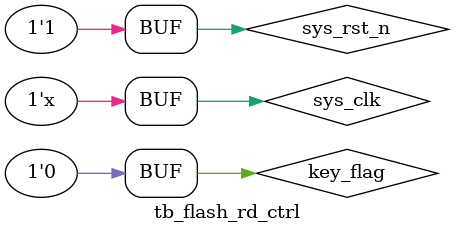
<source format=v>
`timescale  1ns/1ns

module  tb_flash_rd_ctrl();

reg             sys_clk;
reg             sys_rst_n;
reg             key_flag;
        
wire            sck;
wire            cs_n;
wire            mosi;
wire            miso;
wire    [7:0]   pi_data;
wire            pi_flag;

initial
    begin
        sys_clk = 1'b1;
        sys_rst_n <= 1'b0;
        key_flag <= 1'b0;
        #30
        sys_rst_n <= 1'b1;
        #1000
        key_flag <= 1'b1;
        #20
        key_flag <= 1'b0;
    end

always #10 sys_clk = ~ sys_clk;

flash_rd_ctrl   flash_rd_ctrl_inst
(
    .sys_clk     (sys_clk   ),
    .sys_rst_n   (sys_rst_n ),
    .key_flag    (key_flag  ),
    .miso        (miso      ),
    
    .sck         (sck       ),
    .cs_n        (cs_n      ),
    .mosi        (mosi      ),
    .pi_data     (pi_data   ),
    .pi_flag     (pi_flag   )
);

defparam memory.mem_access.initfile = "initmemory.txt";
defparam flash_rd_ctrl_inst.WAIT_MAX = 100;

m25p16 memory 
(
    .c          (sck    ), 
    .data_in    (mosi   ), 
    .s          (cs_n   ), 
    .w          (1'b1   ), 
    .hold       (1'b1   ), 
    .data_out   (miso   )
);


endmodule
</source>
